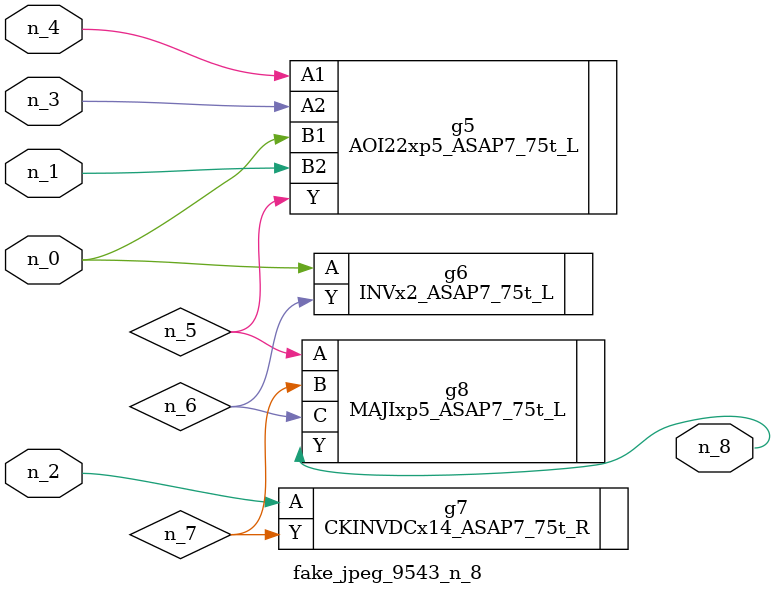
<source format=v>
module fake_jpeg_9543_n_8 (n_3, n_2, n_1, n_0, n_4, n_8);

input n_3;
input n_2;
input n_1;
input n_0;
input n_4;

output n_8;

wire n_6;
wire n_5;
wire n_7;

AOI22xp5_ASAP7_75t_L g5 ( 
.A1(n_4),
.A2(n_3),
.B1(n_0),
.B2(n_1),
.Y(n_5)
);

INVx2_ASAP7_75t_L g6 ( 
.A(n_0),
.Y(n_6)
);

CKINVDCx14_ASAP7_75t_R g7 ( 
.A(n_2),
.Y(n_7)
);

MAJIxp5_ASAP7_75t_L g8 ( 
.A(n_5),
.B(n_7),
.C(n_6),
.Y(n_8)
);


endmodule
</source>
